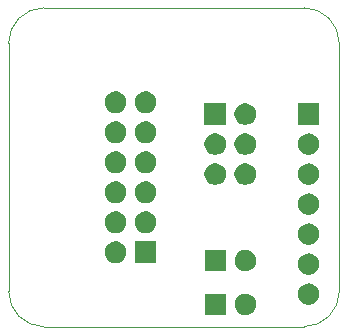
<source format=gbr>
G04 #@! TF.GenerationSoftware,KiCad,Pcbnew,5.1.5+dfsg1-2build2*
G04 #@! TF.CreationDate,2020-07-23T00:46:52+04:00*
G04 #@! TF.ProjectId,RailLink_Elsys_Adapter,5261696c-4c69-46e6-9b5f-456c7379735f,rev?*
G04 #@! TF.SameCoordinates,Original*
G04 #@! TF.FileFunction,Soldermask,Bot*
G04 #@! TF.FilePolarity,Negative*
%FSLAX46Y46*%
G04 Gerber Fmt 4.6, Leading zero omitted, Abs format (unit mm)*
G04 Created by KiCad (PCBNEW 5.1.5+dfsg1-2build2) date 2020-07-23 00:46:52*
%MOMM*%
%LPD*%
G04 APERTURE LIST*
%ADD10C,0.050000*%
%ADD11C,0.160000*%
G04 APERTURE END LIST*
D10*
X125000000Y-82000000D02*
G75*
G02X122000000Y-79000000I0J3000000D01*
G01*
X150000000Y-79000000D02*
G75*
G02X147000000Y-82000000I-3000000J0D01*
G01*
X147000000Y-55000000D02*
G75*
G02X150000000Y-58000000I0J-3000000D01*
G01*
X122000000Y-58000000D02*
G75*
G02X125000000Y-55000000I3000000J0D01*
G01*
X122000000Y-79000000D02*
X122000000Y-58000000D01*
X147000000Y-82000000D02*
X125000000Y-82000000D01*
X150000000Y-58000000D02*
X150000000Y-79000000D01*
X125000000Y-55000000D02*
X147000000Y-55000000D01*
D11*
G36*
X142153512Y-79203927D02*
G01*
X142302812Y-79233624D01*
X142466784Y-79301544D01*
X142614354Y-79400147D01*
X142739853Y-79525646D01*
X142838456Y-79673216D01*
X142906376Y-79837188D01*
X142941000Y-80011259D01*
X142941000Y-80188741D01*
X142906376Y-80362812D01*
X142838456Y-80526784D01*
X142739853Y-80674354D01*
X142614354Y-80799853D01*
X142466784Y-80898456D01*
X142302812Y-80966376D01*
X142153512Y-80996073D01*
X142128742Y-81001000D01*
X141951258Y-81001000D01*
X141926488Y-80996073D01*
X141777188Y-80966376D01*
X141613216Y-80898456D01*
X141465646Y-80799853D01*
X141340147Y-80674354D01*
X141241544Y-80526784D01*
X141173624Y-80362812D01*
X141139000Y-80188741D01*
X141139000Y-80011259D01*
X141173624Y-79837188D01*
X141241544Y-79673216D01*
X141340147Y-79525646D01*
X141465646Y-79400147D01*
X141613216Y-79301544D01*
X141777188Y-79233624D01*
X141926488Y-79203927D01*
X141951258Y-79199000D01*
X142128742Y-79199000D01*
X142153512Y-79203927D01*
G37*
G36*
X140401000Y-81001000D02*
G01*
X138599000Y-81001000D01*
X138599000Y-79199000D01*
X140401000Y-79199000D01*
X140401000Y-81001000D01*
G37*
G36*
X147513512Y-78343927D02*
G01*
X147662812Y-78373624D01*
X147826784Y-78441544D01*
X147974354Y-78540147D01*
X148099853Y-78665646D01*
X148198456Y-78813216D01*
X148266376Y-78977188D01*
X148301000Y-79151259D01*
X148301000Y-79328741D01*
X148266376Y-79502812D01*
X148198456Y-79666784D01*
X148099853Y-79814354D01*
X147974354Y-79939853D01*
X147826784Y-80038456D01*
X147662812Y-80106376D01*
X147513512Y-80136073D01*
X147488742Y-80141000D01*
X147311258Y-80141000D01*
X147286488Y-80136073D01*
X147137188Y-80106376D01*
X146973216Y-80038456D01*
X146825646Y-79939853D01*
X146700147Y-79814354D01*
X146601544Y-79666784D01*
X146533624Y-79502812D01*
X146499000Y-79328741D01*
X146499000Y-79151259D01*
X146533624Y-78977188D01*
X146601544Y-78813216D01*
X146700147Y-78665646D01*
X146825646Y-78540147D01*
X146973216Y-78441544D01*
X147137188Y-78373624D01*
X147286488Y-78343927D01*
X147311258Y-78339000D01*
X147488742Y-78339000D01*
X147513512Y-78343927D01*
G37*
G36*
X147513512Y-75803927D02*
G01*
X147662812Y-75833624D01*
X147826784Y-75901544D01*
X147974354Y-76000147D01*
X148099853Y-76125646D01*
X148198456Y-76273216D01*
X148266376Y-76437188D01*
X148301000Y-76611259D01*
X148301000Y-76788741D01*
X148266376Y-76962812D01*
X148198456Y-77126784D01*
X148099853Y-77274354D01*
X147974354Y-77399853D01*
X147826784Y-77498456D01*
X147662812Y-77566376D01*
X147513512Y-77596073D01*
X147488742Y-77601000D01*
X147311258Y-77601000D01*
X147286488Y-77596073D01*
X147137188Y-77566376D01*
X146973216Y-77498456D01*
X146825646Y-77399853D01*
X146700147Y-77274354D01*
X146601544Y-77126784D01*
X146533624Y-76962812D01*
X146499000Y-76788741D01*
X146499000Y-76611259D01*
X146533624Y-76437188D01*
X146601544Y-76273216D01*
X146700147Y-76125646D01*
X146825646Y-76000147D01*
X146973216Y-75901544D01*
X147137188Y-75833624D01*
X147286488Y-75803927D01*
X147311258Y-75799000D01*
X147488742Y-75799000D01*
X147513512Y-75803927D01*
G37*
G36*
X142153512Y-75503927D02*
G01*
X142302812Y-75533624D01*
X142466784Y-75601544D01*
X142614354Y-75700147D01*
X142739853Y-75825646D01*
X142838456Y-75973216D01*
X142906376Y-76137188D01*
X142941000Y-76311259D01*
X142941000Y-76488741D01*
X142906376Y-76662812D01*
X142838456Y-76826784D01*
X142739853Y-76974354D01*
X142614354Y-77099853D01*
X142466784Y-77198456D01*
X142302812Y-77266376D01*
X142153512Y-77296073D01*
X142128742Y-77301000D01*
X141951258Y-77301000D01*
X141926488Y-77296073D01*
X141777188Y-77266376D01*
X141613216Y-77198456D01*
X141465646Y-77099853D01*
X141340147Y-76974354D01*
X141241544Y-76826784D01*
X141173624Y-76662812D01*
X141139000Y-76488741D01*
X141139000Y-76311259D01*
X141173624Y-76137188D01*
X141241544Y-75973216D01*
X141340147Y-75825646D01*
X141465646Y-75700147D01*
X141613216Y-75601544D01*
X141777188Y-75533624D01*
X141926488Y-75503927D01*
X141951258Y-75499000D01*
X142128742Y-75499000D01*
X142153512Y-75503927D01*
G37*
G36*
X140401000Y-77301000D02*
G01*
X138599000Y-77301000D01*
X138599000Y-75499000D01*
X140401000Y-75499000D01*
X140401000Y-77301000D01*
G37*
G36*
X131326778Y-74820547D02*
G01*
X131493224Y-74889491D01*
X131643022Y-74989583D01*
X131770417Y-75116978D01*
X131870509Y-75266776D01*
X131939453Y-75433222D01*
X131974600Y-75609918D01*
X131974600Y-75790082D01*
X131939453Y-75966778D01*
X131870509Y-76133224D01*
X131770417Y-76283022D01*
X131643022Y-76410417D01*
X131493224Y-76510509D01*
X131326778Y-76579453D01*
X131150082Y-76614600D01*
X130969918Y-76614600D01*
X130793222Y-76579453D01*
X130626776Y-76510509D01*
X130476978Y-76410417D01*
X130349583Y-76283022D01*
X130249491Y-76133224D01*
X130180547Y-75966778D01*
X130145400Y-75790082D01*
X130145400Y-75609918D01*
X130180547Y-75433222D01*
X130249491Y-75266776D01*
X130349583Y-75116978D01*
X130476978Y-74989583D01*
X130626776Y-74889491D01*
X130793222Y-74820547D01*
X130969918Y-74785400D01*
X131150082Y-74785400D01*
X131326778Y-74820547D01*
G37*
G36*
X134514600Y-76614600D02*
G01*
X132685400Y-76614600D01*
X132685400Y-74785400D01*
X134514600Y-74785400D01*
X134514600Y-76614600D01*
G37*
G36*
X147513512Y-73263927D02*
G01*
X147662812Y-73293624D01*
X147826784Y-73361544D01*
X147974354Y-73460147D01*
X148099853Y-73585646D01*
X148198456Y-73733216D01*
X148266376Y-73897188D01*
X148301000Y-74071259D01*
X148301000Y-74248741D01*
X148266376Y-74422812D01*
X148198456Y-74586784D01*
X148099853Y-74734354D01*
X147974354Y-74859853D01*
X147826784Y-74958456D01*
X147662812Y-75026376D01*
X147513512Y-75056073D01*
X147488742Y-75061000D01*
X147311258Y-75061000D01*
X147286488Y-75056073D01*
X147137188Y-75026376D01*
X146973216Y-74958456D01*
X146825646Y-74859853D01*
X146700147Y-74734354D01*
X146601544Y-74586784D01*
X146533624Y-74422812D01*
X146499000Y-74248741D01*
X146499000Y-74071259D01*
X146533624Y-73897188D01*
X146601544Y-73733216D01*
X146700147Y-73585646D01*
X146825646Y-73460147D01*
X146973216Y-73361544D01*
X147137188Y-73293624D01*
X147286488Y-73263927D01*
X147311258Y-73259000D01*
X147488742Y-73259000D01*
X147513512Y-73263927D01*
G37*
G36*
X131326778Y-72280547D02*
G01*
X131493224Y-72349491D01*
X131643022Y-72449583D01*
X131770417Y-72576978D01*
X131870509Y-72726776D01*
X131939453Y-72893222D01*
X131974600Y-73069918D01*
X131974600Y-73250082D01*
X131939453Y-73426778D01*
X131870509Y-73593224D01*
X131770417Y-73743022D01*
X131643022Y-73870417D01*
X131493224Y-73970509D01*
X131326778Y-74039453D01*
X131150082Y-74074600D01*
X130969918Y-74074600D01*
X130793222Y-74039453D01*
X130626776Y-73970509D01*
X130476978Y-73870417D01*
X130349583Y-73743022D01*
X130249491Y-73593224D01*
X130180547Y-73426778D01*
X130145400Y-73250082D01*
X130145400Y-73069918D01*
X130180547Y-72893222D01*
X130249491Y-72726776D01*
X130349583Y-72576978D01*
X130476978Y-72449583D01*
X130626776Y-72349491D01*
X130793222Y-72280547D01*
X130969918Y-72245400D01*
X131150082Y-72245400D01*
X131326778Y-72280547D01*
G37*
G36*
X133866778Y-72280547D02*
G01*
X134033224Y-72349491D01*
X134183022Y-72449583D01*
X134310417Y-72576978D01*
X134410509Y-72726776D01*
X134479453Y-72893222D01*
X134514600Y-73069918D01*
X134514600Y-73250082D01*
X134479453Y-73426778D01*
X134410509Y-73593224D01*
X134310417Y-73743022D01*
X134183022Y-73870417D01*
X134033224Y-73970509D01*
X133866778Y-74039453D01*
X133690082Y-74074600D01*
X133509918Y-74074600D01*
X133333222Y-74039453D01*
X133166776Y-73970509D01*
X133016978Y-73870417D01*
X132889583Y-73743022D01*
X132789491Y-73593224D01*
X132720547Y-73426778D01*
X132685400Y-73250082D01*
X132685400Y-73069918D01*
X132720547Y-72893222D01*
X132789491Y-72726776D01*
X132889583Y-72576978D01*
X133016978Y-72449583D01*
X133166776Y-72349491D01*
X133333222Y-72280547D01*
X133509918Y-72245400D01*
X133690082Y-72245400D01*
X133866778Y-72280547D01*
G37*
G36*
X147513512Y-70723927D02*
G01*
X147662812Y-70753624D01*
X147826784Y-70821544D01*
X147974354Y-70920147D01*
X148099853Y-71045646D01*
X148198456Y-71193216D01*
X148266376Y-71357188D01*
X148301000Y-71531259D01*
X148301000Y-71708741D01*
X148266376Y-71882812D01*
X148198456Y-72046784D01*
X148099853Y-72194354D01*
X147974354Y-72319853D01*
X147826784Y-72418456D01*
X147662812Y-72486376D01*
X147513512Y-72516073D01*
X147488742Y-72521000D01*
X147311258Y-72521000D01*
X147286488Y-72516073D01*
X147137188Y-72486376D01*
X146973216Y-72418456D01*
X146825646Y-72319853D01*
X146700147Y-72194354D01*
X146601544Y-72046784D01*
X146533624Y-71882812D01*
X146499000Y-71708741D01*
X146499000Y-71531259D01*
X146533624Y-71357188D01*
X146601544Y-71193216D01*
X146700147Y-71045646D01*
X146825646Y-70920147D01*
X146973216Y-70821544D01*
X147137188Y-70753624D01*
X147286488Y-70723927D01*
X147311258Y-70719000D01*
X147488742Y-70719000D01*
X147513512Y-70723927D01*
G37*
G36*
X131326778Y-69740547D02*
G01*
X131493224Y-69809491D01*
X131643022Y-69909583D01*
X131770417Y-70036978D01*
X131870509Y-70186776D01*
X131939453Y-70353222D01*
X131974600Y-70529918D01*
X131974600Y-70710082D01*
X131939453Y-70886778D01*
X131870509Y-71053224D01*
X131770417Y-71203022D01*
X131643022Y-71330417D01*
X131493224Y-71430509D01*
X131326778Y-71499453D01*
X131150082Y-71534600D01*
X130969918Y-71534600D01*
X130793222Y-71499453D01*
X130626776Y-71430509D01*
X130476978Y-71330417D01*
X130349583Y-71203022D01*
X130249491Y-71053224D01*
X130180547Y-70886778D01*
X130145400Y-70710082D01*
X130145400Y-70529918D01*
X130180547Y-70353222D01*
X130249491Y-70186776D01*
X130349583Y-70036978D01*
X130476978Y-69909583D01*
X130626776Y-69809491D01*
X130793222Y-69740547D01*
X130969918Y-69705400D01*
X131150082Y-69705400D01*
X131326778Y-69740547D01*
G37*
G36*
X133866778Y-69740547D02*
G01*
X134033224Y-69809491D01*
X134183022Y-69909583D01*
X134310417Y-70036978D01*
X134410509Y-70186776D01*
X134479453Y-70353222D01*
X134514600Y-70529918D01*
X134514600Y-70710082D01*
X134479453Y-70886778D01*
X134410509Y-71053224D01*
X134310417Y-71203022D01*
X134183022Y-71330417D01*
X134033224Y-71430509D01*
X133866778Y-71499453D01*
X133690082Y-71534600D01*
X133509918Y-71534600D01*
X133333222Y-71499453D01*
X133166776Y-71430509D01*
X133016978Y-71330417D01*
X132889583Y-71203022D01*
X132789491Y-71053224D01*
X132720547Y-70886778D01*
X132685400Y-70710082D01*
X132685400Y-70529918D01*
X132720547Y-70353222D01*
X132789491Y-70186776D01*
X132889583Y-70036978D01*
X133016978Y-69909583D01*
X133166776Y-69809491D01*
X133333222Y-69740547D01*
X133509918Y-69705400D01*
X133690082Y-69705400D01*
X133866778Y-69740547D01*
G37*
G36*
X139766778Y-68200547D02*
G01*
X139933224Y-68269491D01*
X140083022Y-68369583D01*
X140210417Y-68496978D01*
X140310509Y-68646776D01*
X140379453Y-68813222D01*
X140414600Y-68989918D01*
X140414600Y-69170082D01*
X140379453Y-69346778D01*
X140310509Y-69513224D01*
X140210417Y-69663022D01*
X140083022Y-69790417D01*
X139933224Y-69890509D01*
X139766778Y-69959453D01*
X139590082Y-69994600D01*
X139409918Y-69994600D01*
X139233222Y-69959453D01*
X139066776Y-69890509D01*
X138916978Y-69790417D01*
X138789583Y-69663022D01*
X138689491Y-69513224D01*
X138620547Y-69346778D01*
X138585400Y-69170082D01*
X138585400Y-68989918D01*
X138620547Y-68813222D01*
X138689491Y-68646776D01*
X138789583Y-68496978D01*
X138916978Y-68369583D01*
X139066776Y-68269491D01*
X139233222Y-68200547D01*
X139409918Y-68165400D01*
X139590082Y-68165400D01*
X139766778Y-68200547D01*
G37*
G36*
X142306778Y-68200547D02*
G01*
X142473224Y-68269491D01*
X142623022Y-68369583D01*
X142750417Y-68496978D01*
X142850509Y-68646776D01*
X142919453Y-68813222D01*
X142954600Y-68989918D01*
X142954600Y-69170082D01*
X142919453Y-69346778D01*
X142850509Y-69513224D01*
X142750417Y-69663022D01*
X142623022Y-69790417D01*
X142473224Y-69890509D01*
X142306778Y-69959453D01*
X142130082Y-69994600D01*
X141949918Y-69994600D01*
X141773222Y-69959453D01*
X141606776Y-69890509D01*
X141456978Y-69790417D01*
X141329583Y-69663022D01*
X141229491Y-69513224D01*
X141160547Y-69346778D01*
X141125400Y-69170082D01*
X141125400Y-68989918D01*
X141160547Y-68813222D01*
X141229491Y-68646776D01*
X141329583Y-68496978D01*
X141456978Y-68369583D01*
X141606776Y-68269491D01*
X141773222Y-68200547D01*
X141949918Y-68165400D01*
X142130082Y-68165400D01*
X142306778Y-68200547D01*
G37*
G36*
X147513512Y-68183927D02*
G01*
X147662812Y-68213624D01*
X147826784Y-68281544D01*
X147974354Y-68380147D01*
X148099853Y-68505646D01*
X148198456Y-68653216D01*
X148266376Y-68817188D01*
X148301000Y-68991259D01*
X148301000Y-69168741D01*
X148266376Y-69342812D01*
X148198456Y-69506784D01*
X148099853Y-69654354D01*
X147974354Y-69779853D01*
X147826784Y-69878456D01*
X147662812Y-69946376D01*
X147513512Y-69976073D01*
X147488742Y-69981000D01*
X147311258Y-69981000D01*
X147286488Y-69976073D01*
X147137188Y-69946376D01*
X146973216Y-69878456D01*
X146825646Y-69779853D01*
X146700147Y-69654354D01*
X146601544Y-69506784D01*
X146533624Y-69342812D01*
X146499000Y-69168741D01*
X146499000Y-68991259D01*
X146533624Y-68817188D01*
X146601544Y-68653216D01*
X146700147Y-68505646D01*
X146825646Y-68380147D01*
X146973216Y-68281544D01*
X147137188Y-68213624D01*
X147286488Y-68183927D01*
X147311258Y-68179000D01*
X147488742Y-68179000D01*
X147513512Y-68183927D01*
G37*
G36*
X131326778Y-67200547D02*
G01*
X131493224Y-67269491D01*
X131643022Y-67369583D01*
X131770417Y-67496978D01*
X131870509Y-67646776D01*
X131939453Y-67813222D01*
X131974600Y-67989918D01*
X131974600Y-68170082D01*
X131939453Y-68346778D01*
X131870509Y-68513224D01*
X131770417Y-68663022D01*
X131643022Y-68790417D01*
X131493224Y-68890509D01*
X131326778Y-68959453D01*
X131150082Y-68994600D01*
X130969918Y-68994600D01*
X130793222Y-68959453D01*
X130626776Y-68890509D01*
X130476978Y-68790417D01*
X130349583Y-68663022D01*
X130249491Y-68513224D01*
X130180547Y-68346778D01*
X130145400Y-68170082D01*
X130145400Y-67989918D01*
X130180547Y-67813222D01*
X130249491Y-67646776D01*
X130349583Y-67496978D01*
X130476978Y-67369583D01*
X130626776Y-67269491D01*
X130793222Y-67200547D01*
X130969918Y-67165400D01*
X131150082Y-67165400D01*
X131326778Y-67200547D01*
G37*
G36*
X133866778Y-67200547D02*
G01*
X134033224Y-67269491D01*
X134183022Y-67369583D01*
X134310417Y-67496978D01*
X134410509Y-67646776D01*
X134479453Y-67813222D01*
X134514600Y-67989918D01*
X134514600Y-68170082D01*
X134479453Y-68346778D01*
X134410509Y-68513224D01*
X134310417Y-68663022D01*
X134183022Y-68790417D01*
X134033224Y-68890509D01*
X133866778Y-68959453D01*
X133690082Y-68994600D01*
X133509918Y-68994600D01*
X133333222Y-68959453D01*
X133166776Y-68890509D01*
X133016978Y-68790417D01*
X132889583Y-68663022D01*
X132789491Y-68513224D01*
X132720547Y-68346778D01*
X132685400Y-68170082D01*
X132685400Y-67989918D01*
X132720547Y-67813222D01*
X132789491Y-67646776D01*
X132889583Y-67496978D01*
X133016978Y-67369583D01*
X133166776Y-67269491D01*
X133333222Y-67200547D01*
X133509918Y-67165400D01*
X133690082Y-67165400D01*
X133866778Y-67200547D01*
G37*
G36*
X142306778Y-65660547D02*
G01*
X142473224Y-65729491D01*
X142623022Y-65829583D01*
X142750417Y-65956978D01*
X142850509Y-66106776D01*
X142919453Y-66273222D01*
X142954600Y-66449918D01*
X142954600Y-66630082D01*
X142919453Y-66806778D01*
X142850509Y-66973224D01*
X142750417Y-67123022D01*
X142623022Y-67250417D01*
X142473224Y-67350509D01*
X142306778Y-67419453D01*
X142130082Y-67454600D01*
X141949918Y-67454600D01*
X141773222Y-67419453D01*
X141606776Y-67350509D01*
X141456978Y-67250417D01*
X141329583Y-67123022D01*
X141229491Y-66973224D01*
X141160547Y-66806778D01*
X141125400Y-66630082D01*
X141125400Y-66449918D01*
X141160547Y-66273222D01*
X141229491Y-66106776D01*
X141329583Y-65956978D01*
X141456978Y-65829583D01*
X141606776Y-65729491D01*
X141773222Y-65660547D01*
X141949918Y-65625400D01*
X142130082Y-65625400D01*
X142306778Y-65660547D01*
G37*
G36*
X139766778Y-65660547D02*
G01*
X139933224Y-65729491D01*
X140083022Y-65829583D01*
X140210417Y-65956978D01*
X140310509Y-66106776D01*
X140379453Y-66273222D01*
X140414600Y-66449918D01*
X140414600Y-66630082D01*
X140379453Y-66806778D01*
X140310509Y-66973224D01*
X140210417Y-67123022D01*
X140083022Y-67250417D01*
X139933224Y-67350509D01*
X139766778Y-67419453D01*
X139590082Y-67454600D01*
X139409918Y-67454600D01*
X139233222Y-67419453D01*
X139066776Y-67350509D01*
X138916978Y-67250417D01*
X138789583Y-67123022D01*
X138689491Y-66973224D01*
X138620547Y-66806778D01*
X138585400Y-66630082D01*
X138585400Y-66449918D01*
X138620547Y-66273222D01*
X138689491Y-66106776D01*
X138789583Y-65956978D01*
X138916978Y-65829583D01*
X139066776Y-65729491D01*
X139233222Y-65660547D01*
X139409918Y-65625400D01*
X139590082Y-65625400D01*
X139766778Y-65660547D01*
G37*
G36*
X147513512Y-65643927D02*
G01*
X147662812Y-65673624D01*
X147826784Y-65741544D01*
X147974354Y-65840147D01*
X148099853Y-65965646D01*
X148198456Y-66113216D01*
X148266376Y-66277188D01*
X148301000Y-66451259D01*
X148301000Y-66628741D01*
X148266376Y-66802812D01*
X148198456Y-66966784D01*
X148099853Y-67114354D01*
X147974354Y-67239853D01*
X147826784Y-67338456D01*
X147662812Y-67406376D01*
X147513512Y-67436073D01*
X147488742Y-67441000D01*
X147311258Y-67441000D01*
X147286488Y-67436073D01*
X147137188Y-67406376D01*
X146973216Y-67338456D01*
X146825646Y-67239853D01*
X146700147Y-67114354D01*
X146601544Y-66966784D01*
X146533624Y-66802812D01*
X146499000Y-66628741D01*
X146499000Y-66451259D01*
X146533624Y-66277188D01*
X146601544Y-66113216D01*
X146700147Y-65965646D01*
X146825646Y-65840147D01*
X146973216Y-65741544D01*
X147137188Y-65673624D01*
X147286488Y-65643927D01*
X147311258Y-65639000D01*
X147488742Y-65639000D01*
X147513512Y-65643927D01*
G37*
G36*
X133866778Y-64660547D02*
G01*
X134033224Y-64729491D01*
X134183022Y-64829583D01*
X134310417Y-64956978D01*
X134410509Y-65106776D01*
X134479453Y-65273222D01*
X134514600Y-65449918D01*
X134514600Y-65630082D01*
X134479453Y-65806778D01*
X134410509Y-65973224D01*
X134310417Y-66123022D01*
X134183022Y-66250417D01*
X134033224Y-66350509D01*
X133866778Y-66419453D01*
X133690082Y-66454600D01*
X133509918Y-66454600D01*
X133333222Y-66419453D01*
X133166776Y-66350509D01*
X133016978Y-66250417D01*
X132889583Y-66123022D01*
X132789491Y-65973224D01*
X132720547Y-65806778D01*
X132685400Y-65630082D01*
X132685400Y-65449918D01*
X132720547Y-65273222D01*
X132789491Y-65106776D01*
X132889583Y-64956978D01*
X133016978Y-64829583D01*
X133166776Y-64729491D01*
X133333222Y-64660547D01*
X133509918Y-64625400D01*
X133690082Y-64625400D01*
X133866778Y-64660547D01*
G37*
G36*
X131326778Y-64660547D02*
G01*
X131493224Y-64729491D01*
X131643022Y-64829583D01*
X131770417Y-64956978D01*
X131870509Y-65106776D01*
X131939453Y-65273222D01*
X131974600Y-65449918D01*
X131974600Y-65630082D01*
X131939453Y-65806778D01*
X131870509Y-65973224D01*
X131770417Y-66123022D01*
X131643022Y-66250417D01*
X131493224Y-66350509D01*
X131326778Y-66419453D01*
X131150082Y-66454600D01*
X130969918Y-66454600D01*
X130793222Y-66419453D01*
X130626776Y-66350509D01*
X130476978Y-66250417D01*
X130349583Y-66123022D01*
X130249491Y-65973224D01*
X130180547Y-65806778D01*
X130145400Y-65630082D01*
X130145400Y-65449918D01*
X130180547Y-65273222D01*
X130249491Y-65106776D01*
X130349583Y-64956978D01*
X130476978Y-64829583D01*
X130626776Y-64729491D01*
X130793222Y-64660547D01*
X130969918Y-64625400D01*
X131150082Y-64625400D01*
X131326778Y-64660547D01*
G37*
G36*
X142306778Y-63120547D02*
G01*
X142473224Y-63189491D01*
X142623022Y-63289583D01*
X142750417Y-63416978D01*
X142850509Y-63566776D01*
X142919453Y-63733222D01*
X142954600Y-63909918D01*
X142954600Y-64090082D01*
X142919453Y-64266778D01*
X142850509Y-64433224D01*
X142750417Y-64583022D01*
X142623022Y-64710417D01*
X142473224Y-64810509D01*
X142306778Y-64879453D01*
X142130082Y-64914600D01*
X141949918Y-64914600D01*
X141773222Y-64879453D01*
X141606776Y-64810509D01*
X141456978Y-64710417D01*
X141329583Y-64583022D01*
X141229491Y-64433224D01*
X141160547Y-64266778D01*
X141125400Y-64090082D01*
X141125400Y-63909918D01*
X141160547Y-63733222D01*
X141229491Y-63566776D01*
X141329583Y-63416978D01*
X141456978Y-63289583D01*
X141606776Y-63189491D01*
X141773222Y-63120547D01*
X141949918Y-63085400D01*
X142130082Y-63085400D01*
X142306778Y-63120547D01*
G37*
G36*
X140414600Y-64914600D02*
G01*
X138585400Y-64914600D01*
X138585400Y-63085400D01*
X140414600Y-63085400D01*
X140414600Y-64914600D01*
G37*
G36*
X148301000Y-64901000D02*
G01*
X146499000Y-64901000D01*
X146499000Y-63099000D01*
X148301000Y-63099000D01*
X148301000Y-64901000D01*
G37*
G36*
X131326778Y-62120547D02*
G01*
X131493224Y-62189491D01*
X131643022Y-62289583D01*
X131770417Y-62416978D01*
X131870509Y-62566776D01*
X131939453Y-62733222D01*
X131974600Y-62909918D01*
X131974600Y-63090082D01*
X131939453Y-63266778D01*
X131870509Y-63433224D01*
X131770417Y-63583022D01*
X131643022Y-63710417D01*
X131493224Y-63810509D01*
X131326778Y-63879453D01*
X131150082Y-63914600D01*
X130969918Y-63914600D01*
X130793222Y-63879453D01*
X130626776Y-63810509D01*
X130476978Y-63710417D01*
X130349583Y-63583022D01*
X130249491Y-63433224D01*
X130180547Y-63266778D01*
X130145400Y-63090082D01*
X130145400Y-62909918D01*
X130180547Y-62733222D01*
X130249491Y-62566776D01*
X130349583Y-62416978D01*
X130476978Y-62289583D01*
X130626776Y-62189491D01*
X130793222Y-62120547D01*
X130969918Y-62085400D01*
X131150082Y-62085400D01*
X131326778Y-62120547D01*
G37*
G36*
X133866778Y-62120547D02*
G01*
X134033224Y-62189491D01*
X134183022Y-62289583D01*
X134310417Y-62416978D01*
X134410509Y-62566776D01*
X134479453Y-62733222D01*
X134514600Y-62909918D01*
X134514600Y-63090082D01*
X134479453Y-63266778D01*
X134410509Y-63433224D01*
X134310417Y-63583022D01*
X134183022Y-63710417D01*
X134033224Y-63810509D01*
X133866778Y-63879453D01*
X133690082Y-63914600D01*
X133509918Y-63914600D01*
X133333222Y-63879453D01*
X133166776Y-63810509D01*
X133016978Y-63710417D01*
X132889583Y-63583022D01*
X132789491Y-63433224D01*
X132720547Y-63266778D01*
X132685400Y-63090082D01*
X132685400Y-62909918D01*
X132720547Y-62733222D01*
X132789491Y-62566776D01*
X132889583Y-62416978D01*
X133016978Y-62289583D01*
X133166776Y-62189491D01*
X133333222Y-62120547D01*
X133509918Y-62085400D01*
X133690082Y-62085400D01*
X133866778Y-62120547D01*
G37*
M02*

</source>
